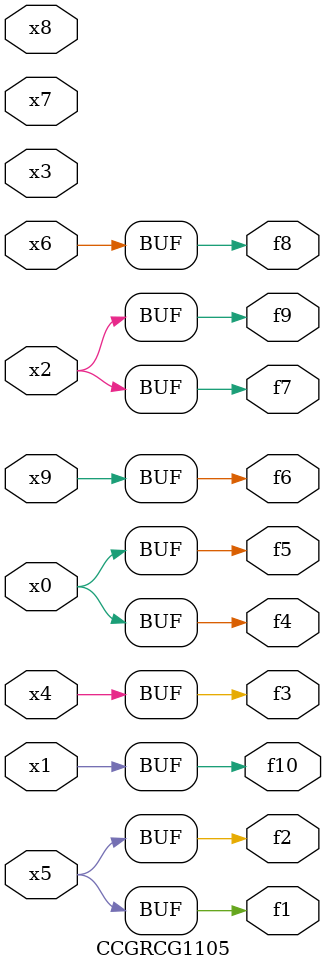
<source format=v>
module CCGRCG1105(
	input x0, x1, x2, x3, x4, x5, x6, x7, x8, x9,
	output f1, f2, f3, f4, f5, f6, f7, f8, f9, f10
);
	assign f1 = x5;
	assign f2 = x5;
	assign f3 = x4;
	assign f4 = x0;
	assign f5 = x0;
	assign f6 = x9;
	assign f7 = x2;
	assign f8 = x6;
	assign f9 = x2;
	assign f10 = x1;
endmodule

</source>
